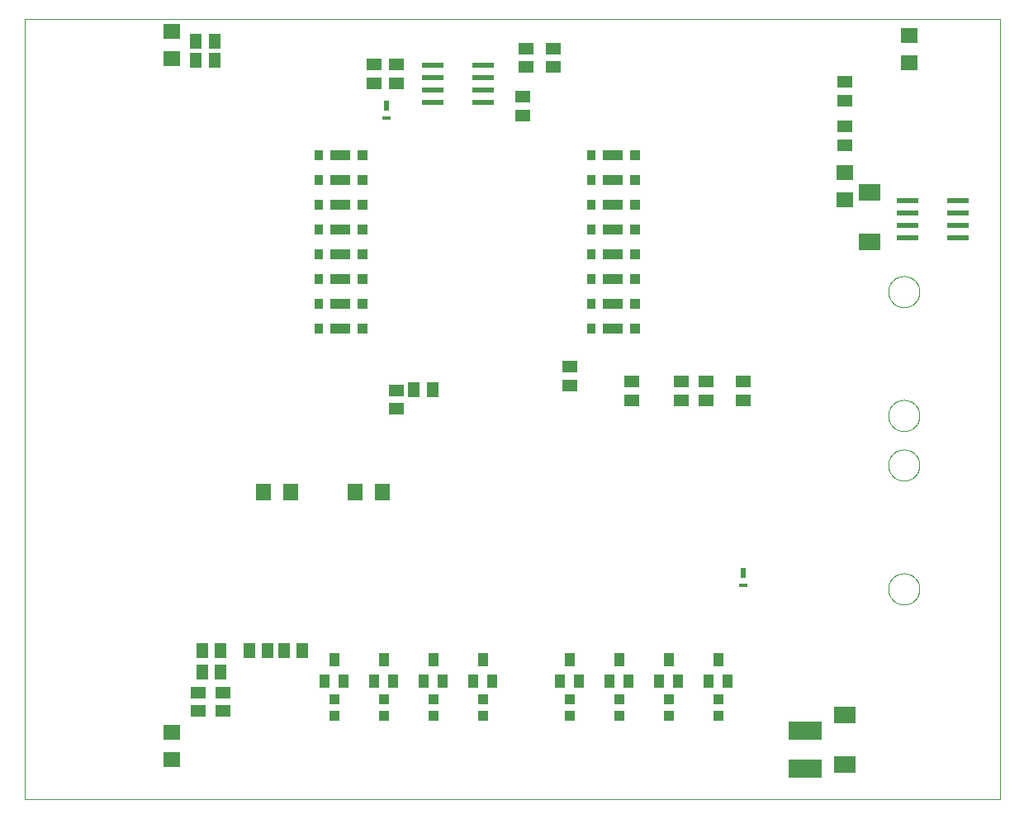
<source format=gtp>
G75*
%MOIN*%
%OFA0B0*%
%FSLAX25Y25*%
%IPPOS*%
%LPD*%
%AMOC8*
5,1,8,0,0,1.08239X$1,22.5*
%
%ADD10C,0.00000*%
%ADD11R,0.08661X0.02362*%
%ADD12R,0.07087X0.06299*%
%ADD13R,0.05118X0.05906*%
%ADD14R,0.05906X0.05118*%
%ADD15R,0.03937X0.05512*%
%ADD16R,0.04331X0.03937*%
%ADD17R,0.13386X0.07480*%
%ADD18R,0.02000X0.04000*%
%ADD19R,0.03200X0.01600*%
%ADD20R,0.03937X0.04331*%
%ADD21R,0.03740X0.04331*%
%ADD22R,0.06299X0.07087*%
%ADD23R,0.08661X0.07087*%
D10*
X0003000Y0106000D02*
X0003000Y0420961D01*
X0396701Y0420961D01*
X0396701Y0106000D01*
X0003000Y0106000D01*
X0351701Y0191000D02*
X0351703Y0191158D01*
X0351709Y0191316D01*
X0351719Y0191474D01*
X0351733Y0191632D01*
X0351751Y0191789D01*
X0351772Y0191946D01*
X0351798Y0192102D01*
X0351828Y0192258D01*
X0351861Y0192413D01*
X0351899Y0192566D01*
X0351940Y0192719D01*
X0351985Y0192871D01*
X0352034Y0193022D01*
X0352087Y0193171D01*
X0352143Y0193319D01*
X0352203Y0193465D01*
X0352267Y0193610D01*
X0352335Y0193753D01*
X0352406Y0193895D01*
X0352480Y0194035D01*
X0352558Y0194172D01*
X0352640Y0194308D01*
X0352724Y0194442D01*
X0352813Y0194573D01*
X0352904Y0194702D01*
X0352999Y0194829D01*
X0353096Y0194954D01*
X0353197Y0195076D01*
X0353301Y0195195D01*
X0353408Y0195312D01*
X0353518Y0195426D01*
X0353631Y0195537D01*
X0353746Y0195646D01*
X0353864Y0195751D01*
X0353985Y0195853D01*
X0354108Y0195953D01*
X0354234Y0196049D01*
X0354362Y0196142D01*
X0354492Y0196232D01*
X0354625Y0196318D01*
X0354760Y0196402D01*
X0354896Y0196481D01*
X0355035Y0196558D01*
X0355176Y0196630D01*
X0355318Y0196700D01*
X0355462Y0196765D01*
X0355608Y0196827D01*
X0355755Y0196885D01*
X0355904Y0196940D01*
X0356054Y0196991D01*
X0356205Y0197038D01*
X0356357Y0197081D01*
X0356510Y0197120D01*
X0356665Y0197156D01*
X0356820Y0197187D01*
X0356976Y0197215D01*
X0357132Y0197239D01*
X0357289Y0197259D01*
X0357447Y0197275D01*
X0357604Y0197287D01*
X0357763Y0197295D01*
X0357921Y0197299D01*
X0358079Y0197299D01*
X0358237Y0197295D01*
X0358396Y0197287D01*
X0358553Y0197275D01*
X0358711Y0197259D01*
X0358868Y0197239D01*
X0359024Y0197215D01*
X0359180Y0197187D01*
X0359335Y0197156D01*
X0359490Y0197120D01*
X0359643Y0197081D01*
X0359795Y0197038D01*
X0359946Y0196991D01*
X0360096Y0196940D01*
X0360245Y0196885D01*
X0360392Y0196827D01*
X0360538Y0196765D01*
X0360682Y0196700D01*
X0360824Y0196630D01*
X0360965Y0196558D01*
X0361104Y0196481D01*
X0361240Y0196402D01*
X0361375Y0196318D01*
X0361508Y0196232D01*
X0361638Y0196142D01*
X0361766Y0196049D01*
X0361892Y0195953D01*
X0362015Y0195853D01*
X0362136Y0195751D01*
X0362254Y0195646D01*
X0362369Y0195537D01*
X0362482Y0195426D01*
X0362592Y0195312D01*
X0362699Y0195195D01*
X0362803Y0195076D01*
X0362904Y0194954D01*
X0363001Y0194829D01*
X0363096Y0194702D01*
X0363187Y0194573D01*
X0363276Y0194442D01*
X0363360Y0194308D01*
X0363442Y0194172D01*
X0363520Y0194035D01*
X0363594Y0193895D01*
X0363665Y0193753D01*
X0363733Y0193610D01*
X0363797Y0193465D01*
X0363857Y0193319D01*
X0363913Y0193171D01*
X0363966Y0193022D01*
X0364015Y0192871D01*
X0364060Y0192719D01*
X0364101Y0192566D01*
X0364139Y0192413D01*
X0364172Y0192258D01*
X0364202Y0192102D01*
X0364228Y0191946D01*
X0364249Y0191789D01*
X0364267Y0191632D01*
X0364281Y0191474D01*
X0364291Y0191316D01*
X0364297Y0191158D01*
X0364299Y0191000D01*
X0364297Y0190842D01*
X0364291Y0190684D01*
X0364281Y0190526D01*
X0364267Y0190368D01*
X0364249Y0190211D01*
X0364228Y0190054D01*
X0364202Y0189898D01*
X0364172Y0189742D01*
X0364139Y0189587D01*
X0364101Y0189434D01*
X0364060Y0189281D01*
X0364015Y0189129D01*
X0363966Y0188978D01*
X0363913Y0188829D01*
X0363857Y0188681D01*
X0363797Y0188535D01*
X0363733Y0188390D01*
X0363665Y0188247D01*
X0363594Y0188105D01*
X0363520Y0187965D01*
X0363442Y0187828D01*
X0363360Y0187692D01*
X0363276Y0187558D01*
X0363187Y0187427D01*
X0363096Y0187298D01*
X0363001Y0187171D01*
X0362904Y0187046D01*
X0362803Y0186924D01*
X0362699Y0186805D01*
X0362592Y0186688D01*
X0362482Y0186574D01*
X0362369Y0186463D01*
X0362254Y0186354D01*
X0362136Y0186249D01*
X0362015Y0186147D01*
X0361892Y0186047D01*
X0361766Y0185951D01*
X0361638Y0185858D01*
X0361508Y0185768D01*
X0361375Y0185682D01*
X0361240Y0185598D01*
X0361104Y0185519D01*
X0360965Y0185442D01*
X0360824Y0185370D01*
X0360682Y0185300D01*
X0360538Y0185235D01*
X0360392Y0185173D01*
X0360245Y0185115D01*
X0360096Y0185060D01*
X0359946Y0185009D01*
X0359795Y0184962D01*
X0359643Y0184919D01*
X0359490Y0184880D01*
X0359335Y0184844D01*
X0359180Y0184813D01*
X0359024Y0184785D01*
X0358868Y0184761D01*
X0358711Y0184741D01*
X0358553Y0184725D01*
X0358396Y0184713D01*
X0358237Y0184705D01*
X0358079Y0184701D01*
X0357921Y0184701D01*
X0357763Y0184705D01*
X0357604Y0184713D01*
X0357447Y0184725D01*
X0357289Y0184741D01*
X0357132Y0184761D01*
X0356976Y0184785D01*
X0356820Y0184813D01*
X0356665Y0184844D01*
X0356510Y0184880D01*
X0356357Y0184919D01*
X0356205Y0184962D01*
X0356054Y0185009D01*
X0355904Y0185060D01*
X0355755Y0185115D01*
X0355608Y0185173D01*
X0355462Y0185235D01*
X0355318Y0185300D01*
X0355176Y0185370D01*
X0355035Y0185442D01*
X0354896Y0185519D01*
X0354760Y0185598D01*
X0354625Y0185682D01*
X0354492Y0185768D01*
X0354362Y0185858D01*
X0354234Y0185951D01*
X0354108Y0186047D01*
X0353985Y0186147D01*
X0353864Y0186249D01*
X0353746Y0186354D01*
X0353631Y0186463D01*
X0353518Y0186574D01*
X0353408Y0186688D01*
X0353301Y0186805D01*
X0353197Y0186924D01*
X0353096Y0187046D01*
X0352999Y0187171D01*
X0352904Y0187298D01*
X0352813Y0187427D01*
X0352724Y0187558D01*
X0352640Y0187692D01*
X0352558Y0187828D01*
X0352480Y0187965D01*
X0352406Y0188105D01*
X0352335Y0188247D01*
X0352267Y0188390D01*
X0352203Y0188535D01*
X0352143Y0188681D01*
X0352087Y0188829D01*
X0352034Y0188978D01*
X0351985Y0189129D01*
X0351940Y0189281D01*
X0351899Y0189434D01*
X0351861Y0189587D01*
X0351828Y0189742D01*
X0351798Y0189898D01*
X0351772Y0190054D01*
X0351751Y0190211D01*
X0351733Y0190368D01*
X0351719Y0190526D01*
X0351709Y0190684D01*
X0351703Y0190842D01*
X0351701Y0191000D01*
X0351701Y0241000D02*
X0351703Y0241158D01*
X0351709Y0241316D01*
X0351719Y0241474D01*
X0351733Y0241632D01*
X0351751Y0241789D01*
X0351772Y0241946D01*
X0351798Y0242102D01*
X0351828Y0242258D01*
X0351861Y0242413D01*
X0351899Y0242566D01*
X0351940Y0242719D01*
X0351985Y0242871D01*
X0352034Y0243022D01*
X0352087Y0243171D01*
X0352143Y0243319D01*
X0352203Y0243465D01*
X0352267Y0243610D01*
X0352335Y0243753D01*
X0352406Y0243895D01*
X0352480Y0244035D01*
X0352558Y0244172D01*
X0352640Y0244308D01*
X0352724Y0244442D01*
X0352813Y0244573D01*
X0352904Y0244702D01*
X0352999Y0244829D01*
X0353096Y0244954D01*
X0353197Y0245076D01*
X0353301Y0245195D01*
X0353408Y0245312D01*
X0353518Y0245426D01*
X0353631Y0245537D01*
X0353746Y0245646D01*
X0353864Y0245751D01*
X0353985Y0245853D01*
X0354108Y0245953D01*
X0354234Y0246049D01*
X0354362Y0246142D01*
X0354492Y0246232D01*
X0354625Y0246318D01*
X0354760Y0246402D01*
X0354896Y0246481D01*
X0355035Y0246558D01*
X0355176Y0246630D01*
X0355318Y0246700D01*
X0355462Y0246765D01*
X0355608Y0246827D01*
X0355755Y0246885D01*
X0355904Y0246940D01*
X0356054Y0246991D01*
X0356205Y0247038D01*
X0356357Y0247081D01*
X0356510Y0247120D01*
X0356665Y0247156D01*
X0356820Y0247187D01*
X0356976Y0247215D01*
X0357132Y0247239D01*
X0357289Y0247259D01*
X0357447Y0247275D01*
X0357604Y0247287D01*
X0357763Y0247295D01*
X0357921Y0247299D01*
X0358079Y0247299D01*
X0358237Y0247295D01*
X0358396Y0247287D01*
X0358553Y0247275D01*
X0358711Y0247259D01*
X0358868Y0247239D01*
X0359024Y0247215D01*
X0359180Y0247187D01*
X0359335Y0247156D01*
X0359490Y0247120D01*
X0359643Y0247081D01*
X0359795Y0247038D01*
X0359946Y0246991D01*
X0360096Y0246940D01*
X0360245Y0246885D01*
X0360392Y0246827D01*
X0360538Y0246765D01*
X0360682Y0246700D01*
X0360824Y0246630D01*
X0360965Y0246558D01*
X0361104Y0246481D01*
X0361240Y0246402D01*
X0361375Y0246318D01*
X0361508Y0246232D01*
X0361638Y0246142D01*
X0361766Y0246049D01*
X0361892Y0245953D01*
X0362015Y0245853D01*
X0362136Y0245751D01*
X0362254Y0245646D01*
X0362369Y0245537D01*
X0362482Y0245426D01*
X0362592Y0245312D01*
X0362699Y0245195D01*
X0362803Y0245076D01*
X0362904Y0244954D01*
X0363001Y0244829D01*
X0363096Y0244702D01*
X0363187Y0244573D01*
X0363276Y0244442D01*
X0363360Y0244308D01*
X0363442Y0244172D01*
X0363520Y0244035D01*
X0363594Y0243895D01*
X0363665Y0243753D01*
X0363733Y0243610D01*
X0363797Y0243465D01*
X0363857Y0243319D01*
X0363913Y0243171D01*
X0363966Y0243022D01*
X0364015Y0242871D01*
X0364060Y0242719D01*
X0364101Y0242566D01*
X0364139Y0242413D01*
X0364172Y0242258D01*
X0364202Y0242102D01*
X0364228Y0241946D01*
X0364249Y0241789D01*
X0364267Y0241632D01*
X0364281Y0241474D01*
X0364291Y0241316D01*
X0364297Y0241158D01*
X0364299Y0241000D01*
X0364297Y0240842D01*
X0364291Y0240684D01*
X0364281Y0240526D01*
X0364267Y0240368D01*
X0364249Y0240211D01*
X0364228Y0240054D01*
X0364202Y0239898D01*
X0364172Y0239742D01*
X0364139Y0239587D01*
X0364101Y0239434D01*
X0364060Y0239281D01*
X0364015Y0239129D01*
X0363966Y0238978D01*
X0363913Y0238829D01*
X0363857Y0238681D01*
X0363797Y0238535D01*
X0363733Y0238390D01*
X0363665Y0238247D01*
X0363594Y0238105D01*
X0363520Y0237965D01*
X0363442Y0237828D01*
X0363360Y0237692D01*
X0363276Y0237558D01*
X0363187Y0237427D01*
X0363096Y0237298D01*
X0363001Y0237171D01*
X0362904Y0237046D01*
X0362803Y0236924D01*
X0362699Y0236805D01*
X0362592Y0236688D01*
X0362482Y0236574D01*
X0362369Y0236463D01*
X0362254Y0236354D01*
X0362136Y0236249D01*
X0362015Y0236147D01*
X0361892Y0236047D01*
X0361766Y0235951D01*
X0361638Y0235858D01*
X0361508Y0235768D01*
X0361375Y0235682D01*
X0361240Y0235598D01*
X0361104Y0235519D01*
X0360965Y0235442D01*
X0360824Y0235370D01*
X0360682Y0235300D01*
X0360538Y0235235D01*
X0360392Y0235173D01*
X0360245Y0235115D01*
X0360096Y0235060D01*
X0359946Y0235009D01*
X0359795Y0234962D01*
X0359643Y0234919D01*
X0359490Y0234880D01*
X0359335Y0234844D01*
X0359180Y0234813D01*
X0359024Y0234785D01*
X0358868Y0234761D01*
X0358711Y0234741D01*
X0358553Y0234725D01*
X0358396Y0234713D01*
X0358237Y0234705D01*
X0358079Y0234701D01*
X0357921Y0234701D01*
X0357763Y0234705D01*
X0357604Y0234713D01*
X0357447Y0234725D01*
X0357289Y0234741D01*
X0357132Y0234761D01*
X0356976Y0234785D01*
X0356820Y0234813D01*
X0356665Y0234844D01*
X0356510Y0234880D01*
X0356357Y0234919D01*
X0356205Y0234962D01*
X0356054Y0235009D01*
X0355904Y0235060D01*
X0355755Y0235115D01*
X0355608Y0235173D01*
X0355462Y0235235D01*
X0355318Y0235300D01*
X0355176Y0235370D01*
X0355035Y0235442D01*
X0354896Y0235519D01*
X0354760Y0235598D01*
X0354625Y0235682D01*
X0354492Y0235768D01*
X0354362Y0235858D01*
X0354234Y0235951D01*
X0354108Y0236047D01*
X0353985Y0236147D01*
X0353864Y0236249D01*
X0353746Y0236354D01*
X0353631Y0236463D01*
X0353518Y0236574D01*
X0353408Y0236688D01*
X0353301Y0236805D01*
X0353197Y0236924D01*
X0353096Y0237046D01*
X0352999Y0237171D01*
X0352904Y0237298D01*
X0352813Y0237427D01*
X0352724Y0237558D01*
X0352640Y0237692D01*
X0352558Y0237828D01*
X0352480Y0237965D01*
X0352406Y0238105D01*
X0352335Y0238247D01*
X0352267Y0238390D01*
X0352203Y0238535D01*
X0352143Y0238681D01*
X0352087Y0238829D01*
X0352034Y0238978D01*
X0351985Y0239129D01*
X0351940Y0239281D01*
X0351899Y0239434D01*
X0351861Y0239587D01*
X0351828Y0239742D01*
X0351798Y0239898D01*
X0351772Y0240054D01*
X0351751Y0240211D01*
X0351733Y0240368D01*
X0351719Y0240526D01*
X0351709Y0240684D01*
X0351703Y0240842D01*
X0351701Y0241000D01*
X0351701Y0261000D02*
X0351703Y0261158D01*
X0351709Y0261316D01*
X0351719Y0261474D01*
X0351733Y0261632D01*
X0351751Y0261789D01*
X0351772Y0261946D01*
X0351798Y0262102D01*
X0351828Y0262258D01*
X0351861Y0262413D01*
X0351899Y0262566D01*
X0351940Y0262719D01*
X0351985Y0262871D01*
X0352034Y0263022D01*
X0352087Y0263171D01*
X0352143Y0263319D01*
X0352203Y0263465D01*
X0352267Y0263610D01*
X0352335Y0263753D01*
X0352406Y0263895D01*
X0352480Y0264035D01*
X0352558Y0264172D01*
X0352640Y0264308D01*
X0352724Y0264442D01*
X0352813Y0264573D01*
X0352904Y0264702D01*
X0352999Y0264829D01*
X0353096Y0264954D01*
X0353197Y0265076D01*
X0353301Y0265195D01*
X0353408Y0265312D01*
X0353518Y0265426D01*
X0353631Y0265537D01*
X0353746Y0265646D01*
X0353864Y0265751D01*
X0353985Y0265853D01*
X0354108Y0265953D01*
X0354234Y0266049D01*
X0354362Y0266142D01*
X0354492Y0266232D01*
X0354625Y0266318D01*
X0354760Y0266402D01*
X0354896Y0266481D01*
X0355035Y0266558D01*
X0355176Y0266630D01*
X0355318Y0266700D01*
X0355462Y0266765D01*
X0355608Y0266827D01*
X0355755Y0266885D01*
X0355904Y0266940D01*
X0356054Y0266991D01*
X0356205Y0267038D01*
X0356357Y0267081D01*
X0356510Y0267120D01*
X0356665Y0267156D01*
X0356820Y0267187D01*
X0356976Y0267215D01*
X0357132Y0267239D01*
X0357289Y0267259D01*
X0357447Y0267275D01*
X0357604Y0267287D01*
X0357763Y0267295D01*
X0357921Y0267299D01*
X0358079Y0267299D01*
X0358237Y0267295D01*
X0358396Y0267287D01*
X0358553Y0267275D01*
X0358711Y0267259D01*
X0358868Y0267239D01*
X0359024Y0267215D01*
X0359180Y0267187D01*
X0359335Y0267156D01*
X0359490Y0267120D01*
X0359643Y0267081D01*
X0359795Y0267038D01*
X0359946Y0266991D01*
X0360096Y0266940D01*
X0360245Y0266885D01*
X0360392Y0266827D01*
X0360538Y0266765D01*
X0360682Y0266700D01*
X0360824Y0266630D01*
X0360965Y0266558D01*
X0361104Y0266481D01*
X0361240Y0266402D01*
X0361375Y0266318D01*
X0361508Y0266232D01*
X0361638Y0266142D01*
X0361766Y0266049D01*
X0361892Y0265953D01*
X0362015Y0265853D01*
X0362136Y0265751D01*
X0362254Y0265646D01*
X0362369Y0265537D01*
X0362482Y0265426D01*
X0362592Y0265312D01*
X0362699Y0265195D01*
X0362803Y0265076D01*
X0362904Y0264954D01*
X0363001Y0264829D01*
X0363096Y0264702D01*
X0363187Y0264573D01*
X0363276Y0264442D01*
X0363360Y0264308D01*
X0363442Y0264172D01*
X0363520Y0264035D01*
X0363594Y0263895D01*
X0363665Y0263753D01*
X0363733Y0263610D01*
X0363797Y0263465D01*
X0363857Y0263319D01*
X0363913Y0263171D01*
X0363966Y0263022D01*
X0364015Y0262871D01*
X0364060Y0262719D01*
X0364101Y0262566D01*
X0364139Y0262413D01*
X0364172Y0262258D01*
X0364202Y0262102D01*
X0364228Y0261946D01*
X0364249Y0261789D01*
X0364267Y0261632D01*
X0364281Y0261474D01*
X0364291Y0261316D01*
X0364297Y0261158D01*
X0364299Y0261000D01*
X0364297Y0260842D01*
X0364291Y0260684D01*
X0364281Y0260526D01*
X0364267Y0260368D01*
X0364249Y0260211D01*
X0364228Y0260054D01*
X0364202Y0259898D01*
X0364172Y0259742D01*
X0364139Y0259587D01*
X0364101Y0259434D01*
X0364060Y0259281D01*
X0364015Y0259129D01*
X0363966Y0258978D01*
X0363913Y0258829D01*
X0363857Y0258681D01*
X0363797Y0258535D01*
X0363733Y0258390D01*
X0363665Y0258247D01*
X0363594Y0258105D01*
X0363520Y0257965D01*
X0363442Y0257828D01*
X0363360Y0257692D01*
X0363276Y0257558D01*
X0363187Y0257427D01*
X0363096Y0257298D01*
X0363001Y0257171D01*
X0362904Y0257046D01*
X0362803Y0256924D01*
X0362699Y0256805D01*
X0362592Y0256688D01*
X0362482Y0256574D01*
X0362369Y0256463D01*
X0362254Y0256354D01*
X0362136Y0256249D01*
X0362015Y0256147D01*
X0361892Y0256047D01*
X0361766Y0255951D01*
X0361638Y0255858D01*
X0361508Y0255768D01*
X0361375Y0255682D01*
X0361240Y0255598D01*
X0361104Y0255519D01*
X0360965Y0255442D01*
X0360824Y0255370D01*
X0360682Y0255300D01*
X0360538Y0255235D01*
X0360392Y0255173D01*
X0360245Y0255115D01*
X0360096Y0255060D01*
X0359946Y0255009D01*
X0359795Y0254962D01*
X0359643Y0254919D01*
X0359490Y0254880D01*
X0359335Y0254844D01*
X0359180Y0254813D01*
X0359024Y0254785D01*
X0358868Y0254761D01*
X0358711Y0254741D01*
X0358553Y0254725D01*
X0358396Y0254713D01*
X0358237Y0254705D01*
X0358079Y0254701D01*
X0357921Y0254701D01*
X0357763Y0254705D01*
X0357604Y0254713D01*
X0357447Y0254725D01*
X0357289Y0254741D01*
X0357132Y0254761D01*
X0356976Y0254785D01*
X0356820Y0254813D01*
X0356665Y0254844D01*
X0356510Y0254880D01*
X0356357Y0254919D01*
X0356205Y0254962D01*
X0356054Y0255009D01*
X0355904Y0255060D01*
X0355755Y0255115D01*
X0355608Y0255173D01*
X0355462Y0255235D01*
X0355318Y0255300D01*
X0355176Y0255370D01*
X0355035Y0255442D01*
X0354896Y0255519D01*
X0354760Y0255598D01*
X0354625Y0255682D01*
X0354492Y0255768D01*
X0354362Y0255858D01*
X0354234Y0255951D01*
X0354108Y0256047D01*
X0353985Y0256147D01*
X0353864Y0256249D01*
X0353746Y0256354D01*
X0353631Y0256463D01*
X0353518Y0256574D01*
X0353408Y0256688D01*
X0353301Y0256805D01*
X0353197Y0256924D01*
X0353096Y0257046D01*
X0352999Y0257171D01*
X0352904Y0257298D01*
X0352813Y0257427D01*
X0352724Y0257558D01*
X0352640Y0257692D01*
X0352558Y0257828D01*
X0352480Y0257965D01*
X0352406Y0258105D01*
X0352335Y0258247D01*
X0352267Y0258390D01*
X0352203Y0258535D01*
X0352143Y0258681D01*
X0352087Y0258829D01*
X0352034Y0258978D01*
X0351985Y0259129D01*
X0351940Y0259281D01*
X0351899Y0259434D01*
X0351861Y0259587D01*
X0351828Y0259742D01*
X0351798Y0259898D01*
X0351772Y0260054D01*
X0351751Y0260211D01*
X0351733Y0260368D01*
X0351719Y0260526D01*
X0351709Y0260684D01*
X0351703Y0260842D01*
X0351701Y0261000D01*
X0351701Y0311000D02*
X0351703Y0311158D01*
X0351709Y0311316D01*
X0351719Y0311474D01*
X0351733Y0311632D01*
X0351751Y0311789D01*
X0351772Y0311946D01*
X0351798Y0312102D01*
X0351828Y0312258D01*
X0351861Y0312413D01*
X0351899Y0312566D01*
X0351940Y0312719D01*
X0351985Y0312871D01*
X0352034Y0313022D01*
X0352087Y0313171D01*
X0352143Y0313319D01*
X0352203Y0313465D01*
X0352267Y0313610D01*
X0352335Y0313753D01*
X0352406Y0313895D01*
X0352480Y0314035D01*
X0352558Y0314172D01*
X0352640Y0314308D01*
X0352724Y0314442D01*
X0352813Y0314573D01*
X0352904Y0314702D01*
X0352999Y0314829D01*
X0353096Y0314954D01*
X0353197Y0315076D01*
X0353301Y0315195D01*
X0353408Y0315312D01*
X0353518Y0315426D01*
X0353631Y0315537D01*
X0353746Y0315646D01*
X0353864Y0315751D01*
X0353985Y0315853D01*
X0354108Y0315953D01*
X0354234Y0316049D01*
X0354362Y0316142D01*
X0354492Y0316232D01*
X0354625Y0316318D01*
X0354760Y0316402D01*
X0354896Y0316481D01*
X0355035Y0316558D01*
X0355176Y0316630D01*
X0355318Y0316700D01*
X0355462Y0316765D01*
X0355608Y0316827D01*
X0355755Y0316885D01*
X0355904Y0316940D01*
X0356054Y0316991D01*
X0356205Y0317038D01*
X0356357Y0317081D01*
X0356510Y0317120D01*
X0356665Y0317156D01*
X0356820Y0317187D01*
X0356976Y0317215D01*
X0357132Y0317239D01*
X0357289Y0317259D01*
X0357447Y0317275D01*
X0357604Y0317287D01*
X0357763Y0317295D01*
X0357921Y0317299D01*
X0358079Y0317299D01*
X0358237Y0317295D01*
X0358396Y0317287D01*
X0358553Y0317275D01*
X0358711Y0317259D01*
X0358868Y0317239D01*
X0359024Y0317215D01*
X0359180Y0317187D01*
X0359335Y0317156D01*
X0359490Y0317120D01*
X0359643Y0317081D01*
X0359795Y0317038D01*
X0359946Y0316991D01*
X0360096Y0316940D01*
X0360245Y0316885D01*
X0360392Y0316827D01*
X0360538Y0316765D01*
X0360682Y0316700D01*
X0360824Y0316630D01*
X0360965Y0316558D01*
X0361104Y0316481D01*
X0361240Y0316402D01*
X0361375Y0316318D01*
X0361508Y0316232D01*
X0361638Y0316142D01*
X0361766Y0316049D01*
X0361892Y0315953D01*
X0362015Y0315853D01*
X0362136Y0315751D01*
X0362254Y0315646D01*
X0362369Y0315537D01*
X0362482Y0315426D01*
X0362592Y0315312D01*
X0362699Y0315195D01*
X0362803Y0315076D01*
X0362904Y0314954D01*
X0363001Y0314829D01*
X0363096Y0314702D01*
X0363187Y0314573D01*
X0363276Y0314442D01*
X0363360Y0314308D01*
X0363442Y0314172D01*
X0363520Y0314035D01*
X0363594Y0313895D01*
X0363665Y0313753D01*
X0363733Y0313610D01*
X0363797Y0313465D01*
X0363857Y0313319D01*
X0363913Y0313171D01*
X0363966Y0313022D01*
X0364015Y0312871D01*
X0364060Y0312719D01*
X0364101Y0312566D01*
X0364139Y0312413D01*
X0364172Y0312258D01*
X0364202Y0312102D01*
X0364228Y0311946D01*
X0364249Y0311789D01*
X0364267Y0311632D01*
X0364281Y0311474D01*
X0364291Y0311316D01*
X0364297Y0311158D01*
X0364299Y0311000D01*
X0364297Y0310842D01*
X0364291Y0310684D01*
X0364281Y0310526D01*
X0364267Y0310368D01*
X0364249Y0310211D01*
X0364228Y0310054D01*
X0364202Y0309898D01*
X0364172Y0309742D01*
X0364139Y0309587D01*
X0364101Y0309434D01*
X0364060Y0309281D01*
X0364015Y0309129D01*
X0363966Y0308978D01*
X0363913Y0308829D01*
X0363857Y0308681D01*
X0363797Y0308535D01*
X0363733Y0308390D01*
X0363665Y0308247D01*
X0363594Y0308105D01*
X0363520Y0307965D01*
X0363442Y0307828D01*
X0363360Y0307692D01*
X0363276Y0307558D01*
X0363187Y0307427D01*
X0363096Y0307298D01*
X0363001Y0307171D01*
X0362904Y0307046D01*
X0362803Y0306924D01*
X0362699Y0306805D01*
X0362592Y0306688D01*
X0362482Y0306574D01*
X0362369Y0306463D01*
X0362254Y0306354D01*
X0362136Y0306249D01*
X0362015Y0306147D01*
X0361892Y0306047D01*
X0361766Y0305951D01*
X0361638Y0305858D01*
X0361508Y0305768D01*
X0361375Y0305682D01*
X0361240Y0305598D01*
X0361104Y0305519D01*
X0360965Y0305442D01*
X0360824Y0305370D01*
X0360682Y0305300D01*
X0360538Y0305235D01*
X0360392Y0305173D01*
X0360245Y0305115D01*
X0360096Y0305060D01*
X0359946Y0305009D01*
X0359795Y0304962D01*
X0359643Y0304919D01*
X0359490Y0304880D01*
X0359335Y0304844D01*
X0359180Y0304813D01*
X0359024Y0304785D01*
X0358868Y0304761D01*
X0358711Y0304741D01*
X0358553Y0304725D01*
X0358396Y0304713D01*
X0358237Y0304705D01*
X0358079Y0304701D01*
X0357921Y0304701D01*
X0357763Y0304705D01*
X0357604Y0304713D01*
X0357447Y0304725D01*
X0357289Y0304741D01*
X0357132Y0304761D01*
X0356976Y0304785D01*
X0356820Y0304813D01*
X0356665Y0304844D01*
X0356510Y0304880D01*
X0356357Y0304919D01*
X0356205Y0304962D01*
X0356054Y0305009D01*
X0355904Y0305060D01*
X0355755Y0305115D01*
X0355608Y0305173D01*
X0355462Y0305235D01*
X0355318Y0305300D01*
X0355176Y0305370D01*
X0355035Y0305442D01*
X0354896Y0305519D01*
X0354760Y0305598D01*
X0354625Y0305682D01*
X0354492Y0305768D01*
X0354362Y0305858D01*
X0354234Y0305951D01*
X0354108Y0306047D01*
X0353985Y0306147D01*
X0353864Y0306249D01*
X0353746Y0306354D01*
X0353631Y0306463D01*
X0353518Y0306574D01*
X0353408Y0306688D01*
X0353301Y0306805D01*
X0353197Y0306924D01*
X0353096Y0307046D01*
X0352999Y0307171D01*
X0352904Y0307298D01*
X0352813Y0307427D01*
X0352724Y0307558D01*
X0352640Y0307692D01*
X0352558Y0307828D01*
X0352480Y0307965D01*
X0352406Y0308105D01*
X0352335Y0308247D01*
X0352267Y0308390D01*
X0352203Y0308535D01*
X0352143Y0308681D01*
X0352087Y0308829D01*
X0352034Y0308978D01*
X0351985Y0309129D01*
X0351940Y0309281D01*
X0351899Y0309434D01*
X0351861Y0309587D01*
X0351828Y0309742D01*
X0351798Y0309898D01*
X0351772Y0310054D01*
X0351751Y0310211D01*
X0351733Y0310368D01*
X0351719Y0310526D01*
X0351709Y0310684D01*
X0351703Y0310842D01*
X0351701Y0311000D01*
D11*
X0359364Y0332900D03*
X0359364Y0337900D03*
X0359364Y0342900D03*
X0359364Y0347900D03*
X0379836Y0347900D03*
X0379836Y0342900D03*
X0379836Y0337900D03*
X0379836Y0332900D03*
X0188236Y0387500D03*
X0188236Y0392500D03*
X0188236Y0397500D03*
X0188236Y0402500D03*
X0167764Y0402500D03*
X0167764Y0397500D03*
X0167764Y0392500D03*
X0167764Y0387500D03*
D12*
X0062500Y0404976D03*
X0062500Y0416000D03*
X0062500Y0133000D03*
X0062500Y0121976D03*
X0334000Y0347988D03*
X0334000Y0359012D03*
X0360200Y0403588D03*
X0360200Y0414612D03*
D13*
X0167740Y0271500D03*
X0160260Y0271500D03*
X0115240Y0166000D03*
X0107760Y0166000D03*
X0101240Y0166000D03*
X0093760Y0166000D03*
X0082240Y0166000D03*
X0074760Y0166000D03*
X0074760Y0157500D03*
X0082240Y0157500D03*
X0079740Y0404500D03*
X0072260Y0404500D03*
X0072260Y0412000D03*
X0079740Y0412000D03*
D14*
X0144000Y0402740D03*
X0144000Y0395260D03*
X0153000Y0395260D03*
X0153000Y0402740D03*
X0205500Y0401760D03*
X0205500Y0409240D03*
X0216500Y0409240D03*
X0216500Y0401760D03*
X0204000Y0389740D03*
X0204000Y0382260D03*
X0223000Y0280740D03*
X0223000Y0273260D03*
X0248000Y0274740D03*
X0248000Y0267260D03*
X0268000Y0267260D03*
X0268000Y0274740D03*
X0278000Y0274740D03*
X0278000Y0267260D03*
X0293000Y0267260D03*
X0293000Y0274740D03*
X0334000Y0370260D03*
X0334000Y0377740D03*
X0334000Y0388260D03*
X0334000Y0395740D03*
X0153000Y0271240D03*
X0153000Y0263760D03*
X0083000Y0149240D03*
X0083000Y0141760D03*
X0073000Y0141760D03*
X0073000Y0149240D03*
D15*
X0124260Y0153669D03*
X0131740Y0153669D03*
X0128000Y0162331D03*
X0144260Y0153669D03*
X0151740Y0153669D03*
X0148000Y0162331D03*
X0164260Y0153669D03*
X0171740Y0153669D03*
X0168000Y0162331D03*
X0184260Y0153669D03*
X0191740Y0153669D03*
X0188000Y0162331D03*
X0219260Y0153669D03*
X0226740Y0153669D03*
X0223000Y0162331D03*
X0239260Y0153669D03*
X0246740Y0153669D03*
X0243000Y0162331D03*
X0259260Y0153669D03*
X0266740Y0153669D03*
X0263000Y0162331D03*
X0279260Y0153669D03*
X0286740Y0153669D03*
X0283000Y0162331D03*
D16*
X0283000Y0146346D03*
X0283000Y0139654D03*
X0263000Y0139654D03*
X0263000Y0146346D03*
X0243000Y0146346D03*
X0243000Y0139654D03*
X0223000Y0139654D03*
X0223000Y0146346D03*
X0188000Y0146346D03*
X0188000Y0139654D03*
X0168000Y0139654D03*
X0168000Y0146346D03*
X0148000Y0146346D03*
X0148000Y0139654D03*
X0128000Y0139654D03*
X0128000Y0146346D03*
D17*
X0318000Y0133677D03*
X0318000Y0118323D03*
D18*
X0293000Y0197500D03*
X0149000Y0386000D03*
D19*
X0149000Y0381000D03*
X0293000Y0192500D03*
D20*
X0249346Y0296000D03*
X0242654Y0296000D03*
X0238346Y0296000D03*
X0238346Y0306000D03*
X0242654Y0306000D03*
X0249346Y0306000D03*
X0249346Y0316000D03*
X0242654Y0316000D03*
X0238346Y0316000D03*
X0238346Y0326000D03*
X0242654Y0326000D03*
X0249346Y0326000D03*
X0249346Y0336000D03*
X0249346Y0346000D03*
X0242654Y0346000D03*
X0238346Y0346000D03*
X0238346Y0336000D03*
X0242654Y0336000D03*
X0242654Y0356000D03*
X0238346Y0356000D03*
X0238346Y0366000D03*
X0242654Y0366000D03*
X0249346Y0366000D03*
X0249346Y0356000D03*
X0139346Y0356000D03*
X0132654Y0356000D03*
X0128346Y0356000D03*
X0128346Y0346000D03*
X0132654Y0346000D03*
X0139346Y0346000D03*
X0139346Y0336000D03*
X0132654Y0336000D03*
X0128346Y0336000D03*
X0128346Y0326000D03*
X0132654Y0326000D03*
X0139346Y0326000D03*
X0139346Y0316000D03*
X0132654Y0316000D03*
X0128346Y0316000D03*
X0128346Y0306000D03*
X0132654Y0306000D03*
X0139346Y0306000D03*
X0139346Y0296000D03*
X0132654Y0296000D03*
X0128346Y0296000D03*
X0128346Y0366000D03*
X0132654Y0366000D03*
X0139346Y0366000D03*
D21*
X0121752Y0366000D03*
X0121752Y0356000D03*
X0121752Y0346000D03*
X0121752Y0336000D03*
X0121752Y0326000D03*
X0121752Y0316000D03*
X0121752Y0306000D03*
X0121752Y0296000D03*
X0231752Y0296000D03*
X0231752Y0306000D03*
X0231752Y0316000D03*
X0231752Y0326000D03*
X0231752Y0336000D03*
X0231752Y0346000D03*
X0231752Y0356000D03*
X0231752Y0366000D03*
D22*
X0147512Y0230000D03*
X0136488Y0230000D03*
X0110512Y0230000D03*
X0099488Y0230000D03*
D23*
X0334000Y0140039D03*
X0334000Y0119961D03*
X0344000Y0330961D03*
X0344000Y0351039D03*
M02*

</source>
